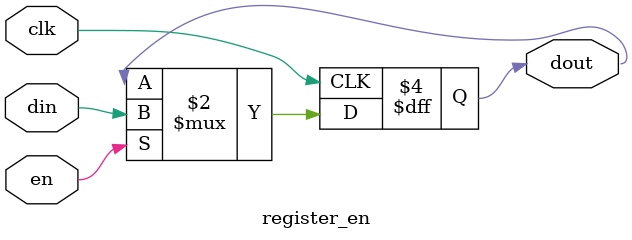
<source format=sv>

`timescale 1ns / 1ps

module register_en #(
    parameter integer WIDTH = 1
) (
    input logic clk,
    input logic en,

    input  logic [WIDTH-1:0] din,
    output logic [WIDTH-1:0] dout
);

  always_ff @(posedge clk) begin
    if (en) begin
      dout <= din;
    end
  end

endmodule

</source>
